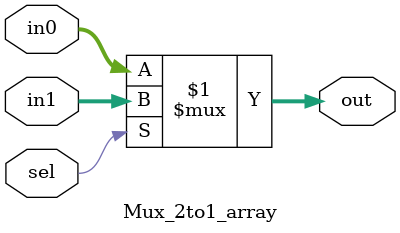
<source format=v>
module Mux_2to1_array (
    out,
    sel,
    in0,
    in1
);
    input sel;
    input [31:0] in0, in1;
    output [31:0] out;

    assign out = sel ? in1 : in0;
endmodule

</source>
